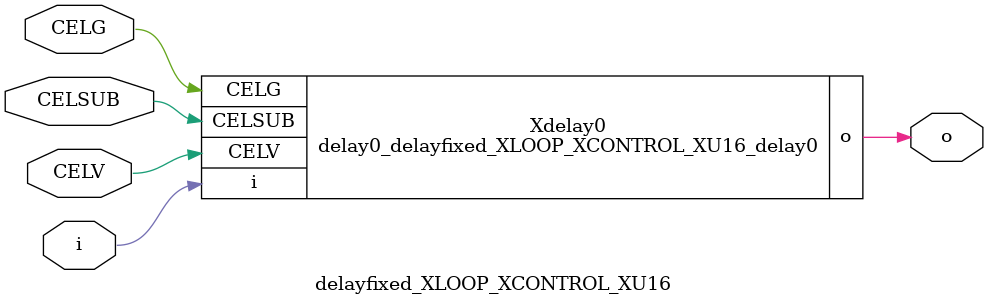
<source format=v>

module delay0_delayfixed_XLOOP_XCONTROL_XU16_delay0 (i, CELV, o,
CELG,CELSUB);
input CELV;
input i;
output o;
input CELSUB;
input CELG;
endmodule


//Celera Confidential Do Not Copy delayfixed_XLOOP_XCONTROL_XU16
//Celera Confidential Symbol Generator
//TYPE:fixed Egde:rise
module delayfixed_XLOOP_XCONTROL_XU16 (CELV,i,o,
CELG,CELSUB);
input CELV;
input i;
output o;
input CELG;
input CELSUB;

//Celera Confidential Do Not Copy delay0_delayfixed_XLOOP_XCONTROL_XU16_delay0
delay0_delayfixed_XLOOP_XCONTROL_XU16_delay0 Xdelay0(
.CELV (CELV),
.i (i),
.o (o),
.CELG (CELG),
.CELSUB (CELSUB)
);
//,diesize,delay0_delayfixed_XLOOP_XCONTROL_XU16_delay0
//Celera Confidential Do Not Copy Module End
//Celera Schematic Generator
endmodule

</source>
